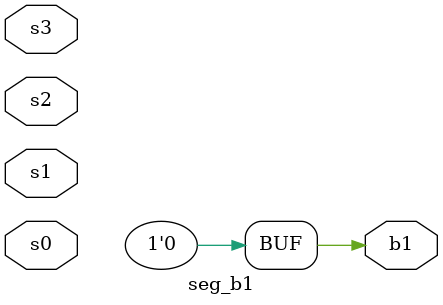
<source format=v>
module seg_b1 (b1, s3, s2, s1, s0);

    input s3, s2, s1, s0;
    output b1;

    
/*
b1(s3, s2, s1, s0) = 0
*/
    // Termos da função
    and (b1, s1, 1'b0);

endmodule

</source>
